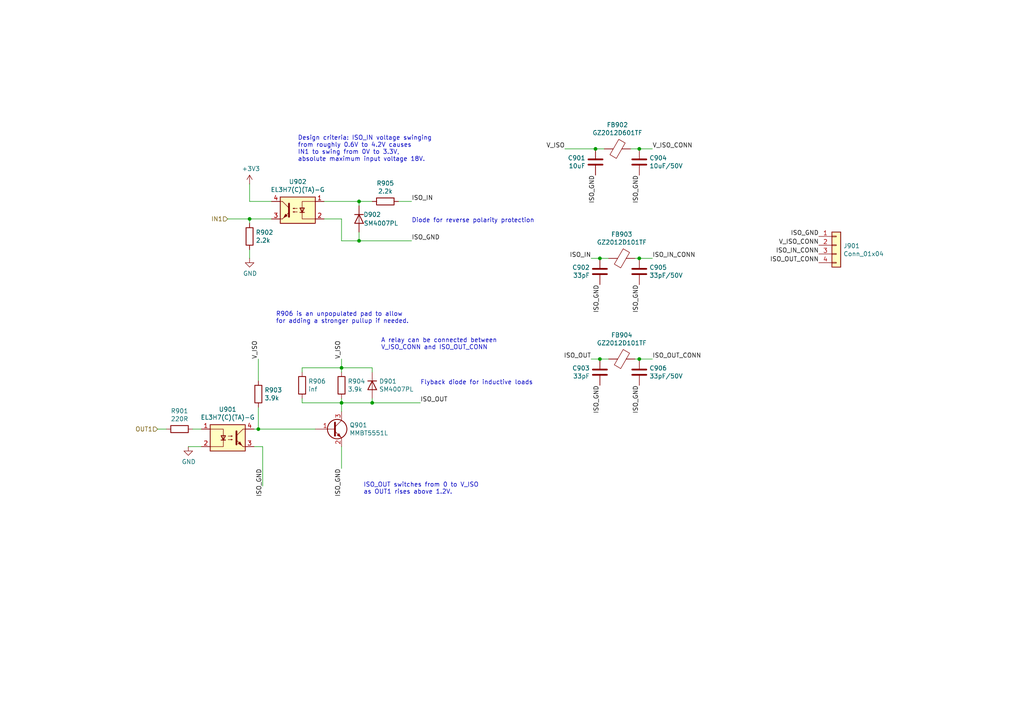
<source format=kicad_sch>
(kicad_sch (version 20231120) (generator "eeschema") (generator_version "8.0")
  (paper "A4")
  (title_block (title "SH-ESP32") (date "2024-09-24") (rev "2.2.0") (company "Hat Labs Oy") (comment 1 "https://creativecommons.org/licenses/by-sa/4.0") (comment 2 "To view a copy of this license, visit ") (comment 3 "SH-ESP32 is licensed under CC BY-SA 4.0."))
  (lib_symbols
    (symbol "Connector_Generic:Conn_01x04" (pin_names (offset 1.016) hide)
      (property "Reference" "J" (at 0 5.08 0))
      (property "Value" "Conn_01x04" (at 0 -7.62 0))
      (symbol "Conn_01x04_1_1"
        (rectangle (start -1.27 -4.953) (end 0 -5.207) (stroke (width 0.1524)))
        (rectangle (start -1.27 -2.413) (end 0 -2.667) (stroke (width 0.1524)))
        (rectangle (start -1.27 0.127) (end 0 -0.127) (stroke (width 0.1524)))
        (rectangle (start -1.27 2.667) (end 0 2.413) (stroke (width 0.1524)))
        (rectangle (start -1.27 3.81) (end 1.27 -6.35) (stroke (width 0.254)) (fill (type background)))
        (pin passive line (at -5.08 2.54 0) (length 3.81) (name "Pin_1") (number "1"))
        (pin passive line (at -5.08 0 0) (length 3.81) (name "Pin_2") (number "2"))
        (pin passive line (at -5.08 -2.54 0) (length 3.81) (name "Pin_3") (number "3"))
        (pin passive line (at -5.08 -5.08 0) (length 3.81) (name "Pin_4") (number "4"))
      )
    )
    (symbol "Device:C" (pin_numbers hide) (pin_names (offset 0.254))
      (property "Reference" "C" (at 0.635 2.54 0))
      (property "Value" "C" (at 0.635 -2.54 0))
      (symbol "C_0_1"
        (polyline (pts (xy -2.032 -0.762) (xy 2.032 -0.762)) (stroke (width 0.508)))
        (polyline (pts (xy -2.032 0.762) (xy 2.032 0.762)) (stroke (width 0.508)))
      )
      (symbol "C_1_1"
        (pin passive line (at 0 3.81 270) (length 2.794) (name "~") (number "1"))
        (pin passive line (at 0 -3.81 90) (length 2.794) (name "~") (number "2"))
      )
    )
    (symbol "Device:D" (pin_numbers hide) (pin_names (offset 1.016) hide)
      (property "Reference" "D" (at 0 2.54 0))
      (property "Value" "D" (at 0 -2.54 0))
      (symbol "D_0_1"
        (polyline (pts (xy -1.27 1.27) (xy -1.27 -1.27)) (stroke (width 0.254)))
        (polyline (pts (xy 1.27 0) (xy -1.27 0)))
        (polyline (pts (xy 1.27 1.27) (xy 1.27 -1.27) (xy -1.27 0) (xy 1.27 1.27)) (stroke (width 0.254)))
      )
      (symbol "D_1_1"
        (pin passive line (at -3.81 0 0) (length 2.54) (name "K") (number "1"))
        (pin passive line (at 3.81 0 180) (length 2.54) (name "A") (number "2"))
      )
    )
    (symbol "Device:FerriteBead" (pin_numbers hide) (pin_names (offset 0))
      (property "Reference" "FB" (at -3.81 0.635 90))
      (property "Value" "FerriteBead" (at 3.81 0 90))
      (symbol "FerriteBead_0_1"
        (polyline (pts (xy 0 -1.27) (xy 0 -1.2192)))
        (polyline (pts (xy 0 1.27) (xy 0 1.2954)))
        (polyline (pts (xy -2.7686 0.4064) (xy -1.7018 2.2606) (xy 2.7686 -0.3048) (xy 1.6764 -2.159) (xy -2.7686 0.4064)))
      )
      (symbol "FerriteBead_1_1"
        (pin passive line (at 0 3.81 270) (length 2.54) (name "~") (number "1"))
        (pin passive line (at 0 -3.81 90) (length 2.54) (name "~") (number "2"))
      )
    )
    (symbol "Device:R" (pin_numbers hide) (pin_names (offset 0))
      (property "Reference" "R" (at 2.032 0 90))
      (property "Value" "R" (at 0 0 90))
      (symbol "R_0_1"
        (rectangle (start -1.016 -2.54) (end 1.016 2.54) (stroke (width 0.254)))
      )
      (symbol "R_1_1"
        (pin passive line (at 0 3.81 270) (length 1.27) (name "~") (number "1"))
        (pin passive line (at 0 -3.81 90) (length 1.27) (name "~") (number "2"))
      )
    )
    (symbol "SH-ESP32:EL3H7" (pin_names (offset 1.016))
      (property "Reference" "U" (at -5.08 5.08 0))
      (property "Value" "EL3H7" (at 0 5.08 0))
      (symbol "EL3H7_0_1"
        (rectangle (start -5.08 3.81) (end 5.08 -3.81) (stroke (width 0.254)) (fill (type background)))
        (polyline (pts (xy -1.905 -0.635) (xy -0.635 -0.635)) (stroke (width 0.254)))
        (polyline (pts (xy 2.54 0.635) (xy 4.445 2.54)))
        (polyline (pts (xy 4.445 -2.54) (xy 2.54 -0.635)) (fill (type outline)))
        (polyline (pts (xy 4.445 -2.54) (xy 5.08 -2.54)))
        (polyline (pts (xy 4.445 2.54) (xy 5.08 2.54)))
        (polyline (pts (xy -5.08 2.54) (xy -1.27 2.54) (xy -1.27 -0.635)))
        (polyline (pts (xy -1.27 -0.635) (xy -1.27 -2.54) (xy -5.08 -2.54)))
        (polyline (pts (xy 2.54 1.905) (xy 2.54 -1.905) (xy 2.54 -1.905)) (stroke (width 0.508)))
        (polyline (pts (xy -1.27 -0.635) (xy -1.905 0.635) (xy -0.635 0.635) (xy -1.27 -0.635)) (stroke (width 0.254)))
        (polyline (pts (xy 0.127 -0.508) (xy 1.397 -0.508) (xy 1.016 -0.635) (xy 1.016 -0.381) (xy 1.397 -0.508)))
        (polyline (pts (xy 0.127 0.508) (xy 1.397 0.508) (xy 1.016 0.381) (xy 1.016 0.635) (xy 1.397 0.508)))
        (polyline (pts (xy 3.048 -1.651) (xy 3.556 -1.143) (xy 4.064 -2.159) (xy 3.048 -1.651) (xy 3.048 -1.651)) (fill (type outline)))
      )
      (symbol "EL3H7_1_1"
        (pin passive line (at -7.62 2.54 0) (length 2.54) (name "~") (number "1"))
        (pin passive line (at -7.62 -2.54 0) (length 2.54) (name "~") (number "2"))
        (pin passive line (at 7.62 -2.54 180) (length 2.54) (name "~") (number "3"))
        (pin passive line (at 7.62 2.54 180) (length 2.54) (name "~") (number "4"))
      )
    )
    (symbol "Transistor_BJT:MMBT5551L" (pin_names (offset 0) hide)
      (property "Reference" "Q" (at 5.08 1.905 0))
      (property "Value" "MMBT5551L" (at 5.08 0 0))
      (symbol "MMBT5551L_0_1"
        (polyline (pts (xy 0.635 0.635) (xy 2.54 2.54)))
        (polyline (pts (xy 0.635 -0.635) (xy 2.54 -2.54) (xy 2.54 -2.54)))
        (polyline (pts (xy 0.635 1.905) (xy 0.635 -1.905) (xy 0.635 -1.905)) (stroke (width 0.508)))
        (polyline (pts (xy 1.27 -1.778) (xy 1.778 -1.27) (xy 2.286 -2.286) (xy 1.27 -1.778) (xy 1.27 -1.778)) (fill (type outline)))
        (circle (center 1.27 0) (radius 2.8194) (stroke (width 0.254)))
      )
      (symbol "MMBT5551L_1_1"
        (pin input line (at -5.08 0 0) (length 5.715) (name "B") (number "1"))
        (pin passive line (at 2.54 -5.08 90) (length 2.54) (name "E") (number "2"))
        (pin passive line (at 2.54 5.08 270) (length 2.54) (name "C") (number "3"))
      )
    )
    (symbol "power:+3.3V" (power) (pin_numbers hide) (pin_names (offset 0) hide)
      (property "Value" "+3.3V" (at 0 3.556 0))
      (symbol "+3.3V_0_1"
        (polyline (pts (xy -0.762 1.27) (xy 0 2.54)))
        (polyline (pts (xy 0 0) (xy 0 2.54)))
        (polyline (pts (xy 0 2.54) (xy 0.762 1.27)))
      )
      (symbol "+3.3V_1_1"
        (pin power_in line (at 0 0 90) (length 0) (name "~") (number "1"))
      )
    )
    (symbol "power:GND" (power) (pin_numbers hide) (pin_names (offset 0) hide)
      (property "Value" "GND" (at 0 -3.81 0))
      (symbol "GND_0_1"
        (polyline (pts (xy 0 0) (xy 0 -1.27) (xy 1.27 -1.27) (xy 0 -2.54) (xy -1.27 -1.27) (xy 0 -1.27)))
      )
      (symbol "GND_1_1"
        (pin power_in line (at 0 0 270) (length 0) (name "~") (number "1"))
      )
    )
  )
  (junction (at 185.42 43.18))
  (junction (at 185.42 74.93))
  (junction (at 173.99 104.14))
  (junction (at 107.95 116.84))
  (junction (at 172.72 43.18))
  (junction (at 185.42 104.14))
  (junction (at 99.06 106.68))
  (junction (at 99.06 116.84))
  (junction (at 74.93 124.46))
  (junction (at 72.39 63.5))
  (junction (at 104.14 58.42))
  (junction (at 104.14 69.85))
  (junction (at 173.99 74.93))
  (wire (pts (xy 107.95 116.84) (xy 107.95 115.57)))
  (wire (pts (xy 78.74 58.42) (xy 72.39 58.42)))
  (wire (pts (xy 48.26 124.46) (xy 45.72 124.46)))
  (wire (pts (xy 104.14 58.42) (xy 93.98 58.42)))
  (wire (pts (xy 171.45 104.14) (xy 173.99 104.14)))
  (wire (pts (xy 99.06 107.95) (xy 99.06 106.68)))
  (wire (pts (xy 172.72 43.18) (xy 163.83 43.18)))
  (wire (pts (xy 107.95 116.84) (xy 121.92 116.84)))
  (wire (pts (xy 99.06 106.68) (xy 99.06 104.14)))
  (wire (pts (xy 93.98 63.5) (xy 99.06 63.5)))
  (wire (pts (xy 54.61 129.54) (xy 58.42 129.54)))
  (wire (pts (xy 73.66 124.46) (xy 74.93 124.46)))
  (wire (pts (xy 99.06 115.57) (xy 99.06 116.84)))
  (wire (pts (xy 74.93 124.46) (xy 91.44 124.46)))
  (wire (pts (xy 76.2 129.54) (xy 73.66 129.54)))
  (wire (pts (xy 99.06 116.84) (xy 99.06 119.38)))
  (wire (pts (xy 99.06 129.54) (xy 99.06 135.89)))
  (wire (pts (xy 104.14 69.85) (xy 119.38 69.85)))
  (wire (pts (xy 171.45 74.93) (xy 173.99 74.93)))
  (wire (pts (xy 72.39 74.93) (xy 72.39 72.39)))
  (wire (pts (xy 189.23 104.14) (xy 185.42 104.14)))
  (wire (pts (xy 87.63 107.95) (xy 87.63 106.68)))
  (wire (pts (xy 87.63 116.84) (xy 99.06 116.84)))
  (wire (pts (xy 175.26 43.18) (xy 172.72 43.18)))
  (wire (pts (xy 72.39 63.5) (xy 66.04 63.5)))
  (wire (pts (xy 185.42 104.14) (xy 184.15 104.14)))
  (wire (pts (xy 185.42 43.18) (xy 189.23 43.18)))
  (wire (pts (xy 115.57 58.42) (xy 119.38 58.42)))
  (wire (pts (xy 173.99 104.14) (xy 176.53 104.14)))
  (wire (pts (xy 99.06 69.85) (xy 104.14 69.85)))
  (wire (pts (xy 72.39 58.42) (xy 72.39 53.34)))
  (wire (pts (xy 99.06 63.5) (xy 99.06 69.85)))
  (wire (pts (xy 173.99 74.93) (xy 176.53 74.93)))
  (wire (pts (xy 74.93 118.11) (xy 74.93 124.46)))
  (wire (pts (xy 189.23 74.93) (xy 185.42 74.93)))
  (wire (pts (xy 107.95 58.42) (xy 104.14 58.42)))
  (wire (pts (xy 58.42 124.46) (xy 55.88 124.46)))
  (wire (pts (xy 76.2 140.97) (xy 76.2 129.54)))
  (wire (pts (xy 99.06 116.84) (xy 107.95 116.84)))
  (wire (pts (xy 72.39 63.5) (xy 78.74 63.5)))
  (wire (pts (xy 87.63 106.68) (xy 99.06 106.68)))
  (wire (pts (xy 107.95 106.68) (xy 99.06 106.68)))
  (wire (pts (xy 72.39 64.77) (xy 72.39 63.5)))
  (wire (pts (xy 104.14 59.69) (xy 104.14 58.42)))
  (wire (pts (xy 104.14 67.31) (xy 104.14 69.85)))
  (wire (pts (xy 185.42 43.18) (xy 182.88 43.18)))
  (wire (pts (xy 107.95 107.95) (xy 107.95 106.68)))
  (wire (pts (xy 74.93 110.49) (xy 74.93 104.14)))
  (wire (pts (xy 185.42 74.93) (xy 184.15 74.93)))
  (wire (pts (xy 87.63 115.57) (xy 87.63 116.84)))
  (text "A relay can be connected between\nV_ISO_CONN and ISO_OUT_CONN" (at 110.49 101.6 0) (effects (font (size 1.27 1.27)) (justify left bottom)))
  (text "Diode for reverse polarity protection" (at 119.38 64.77 0) (effects (font (size 1.27 1.27)) (justify left bottom)))
  (text "Flyback diode for inductive loads" (at 121.92 111.76 0) (effects (font (size 1.27 1.27)) (justify left bottom)))
  (text "ISO_OUT switches from 0 to V_ISO\nas OUT1 rises above 1.2V." (at 105.41 143.51 0) (effects (font (size 1.27 1.27)) (justify left bottom)))
  (text "R906 is an unpopulated pad to allow\nfor adding a stronger pullup if needed." (at 80.01 93.98 0) (effects (font (size 1.27 1.27)) (justify left bottom)))
  (text "Design criteria: ISO_IN voltage swinging \nfrom roughly 0.6V to 4.2V causes \nIN1 to swing from 0V to 3.3V,\nabsolute maximum input voltage 18V." (at 86.36 46.99 0) (effects (font (size 1.27 1.27)) (justify left bottom)))
  (label "ISO_GND" (at 173.99 111.76 270))
  (label "V_ISO_CONN" (at 237.49 71.12 180))
  (label "ISO_IN_CONN" (at 189.23 74.93 0))
  (label "V_ISO" (at 99.06 104.14 90))
  (label "ISO_IN_CONN" (at 237.49 73.66 180))
  (label "V_ISO" (at 163.83 43.18 180))
  (label "ISO_OUT_CONN" (at 237.49 76.2 180))
  (label "ISO_OUT" (at 171.45 104.14 180))
  (label "ISO_OUT" (at 121.92 116.84 0))
  (label "V_ISO_CONN" (at 189.23 43.18 0))
  (label "ISO_GND" (at 119.38 69.85 0))
  (label "ISO_GND" (at 237.49 68.58 180))
  (label "ISO_IN" (at 171.45 74.93 180))
  (label "ISO_GND" (at 172.72 50.8 270))
  (label "V_ISO" (at 74.93 104.14 90))
  (label "ISO_GND" (at 76.2 135.89 270))
  (label "ISO_IN" (at 119.38 58.42 0))
  (label "ISO_OUT_CONN" (at 189.23 104.14 0))
  (label "ISO_GND" (at 185.42 82.55 270))
  (label "ISO_GND" (at 173.99 82.55 270))
  (label "ISO_GND" (at 185.42 50.8 270))
  (label "ISO_GND" (at 185.42 111.76 270))
  (label "ISO_GND" (at 99.06 135.89 270))
  (hierarchical_label "IN1" (shape input) (at 66.04 63.5 180))
  (hierarchical_label "OUT1" (shape input) (at 45.72 124.46 180))
  (symbol (lib_id "Connector_Generic:Conn_01x04") (at 242.57 71.12 0) (unit 1)
    (property "Reference" "J901" (at 244.602 71.3232 0) (effects (justify left)))
    (property "Value" "Conn_01x04" (at 244.602 73.6346 0) (effects (justify left)))
    (property "Footprint" "Connector_PinHeader_2.54mm:PinHeader_1x04_P2.54mm_Vertical" (effects (hide yes)))
    (property "LCSC" "C2691448" (effects (hide yes)))
    (property "JLCPCB_CORRECTION" "0;3.81;90" (effects (hide yes)))
  )
  (symbol (lib_id "Device:R") (at 52.07 124.46 270) (unit 1)
    (property "Reference" "R901" (at 52.07 119.2022 90))
    (property "Value" "220R" (at 52.07 121.5136 90))
    (property "Footprint" "Resistor_SMD:R_0603_1608Metric" (effects (hide yes)))
    (property "LCSC" "C22962" (effects (hide yes)))
  )
  (symbol (lib_id "power:GND") (at 54.61 129.54 0) (unit 1)
    (property "Reference" "#PWR0901" (effects (hide yes)))
    (property "Value" "GND" (at 54.737 133.9342 0))
    (property "Description" "Power symbol creates a global label with name \"GND\" , ground" (effects (hide yes)))
  )
  (symbol (lib_id "Transistor_BJT:MMBT5551L") (at 96.52 124.46 0) (unit 1)
    (property "Reference" "Q901" (at 101.3714 123.2916 0) (effects (justify left)))
    (property "Value" "MMBT5551L" (at 101.3714 125.603 0) (effects (justify left)))
    (property "Footprint" "SH-ESP32:SOT-23" (effects (hide yes)))
    (property "Datasheet" "www.onsemi.com/pub/Collateral/MMBT5550LT1-D.PDF" (effects (hide yes)))
    (property "LCSC" "C41095" (effects (hide yes)))
    (property "JLCPCB_CORRECTION" "0;0;180" (effects (hide yes)))
  )
  (symbol (lib_id "Device:R") (at 74.93 114.3 0) (unit 1)
    (property "Reference" "R903" (at 76.708 113.1316 0) (effects (justify left)))
    (property "Value" "3.9k" (at 76.708 115.443 0) (effects (justify left)))
    (property "Footprint" "Resistor_SMD:R_0603_1608Metric" (effects (hide yes)))
    (property "LCSC" "C23018" (effects (hide yes)))
  )
  (symbol (lib_id "Device:R") (at 99.06 111.76 0) (unit 1)
    (property "Reference" "R904" (at 100.838 110.5916 0) (effects (justify left)))
    (property "Value" "3.9k" (at 100.838 112.903 0) (effects (justify left)))
    (property "Footprint" "Resistor_SMD:R_0603_1608Metric" (effects (hide yes)))
    (property "LCSC" "C23018" (effects (hide yes)))
  )
  (symbol (lib_id "Device:R") (at 111.76 58.42 270) (unit 1)
    (property "Reference" "R905" (at 111.76 53.1622 90))
    (property "Value" "2.2k" (at 111.76 55.4736 90))
    (property "Footprint" "Resistor_SMD:R_0805_2012Metric" (effects (hide yes)))
    (property "LCSC" "C17520" (effects (hide yes)))
  )
  (symbol (lib_id "Device:R") (at 72.39 68.58 0) (unit 1)
    (property "Reference" "R902" (at 74.168 67.4116 0) (effects (justify left)))
    (property "Value" "2.2k" (at 74.168 69.723 0) (effects (justify left)))
    (property "Footprint" "Resistor_SMD:R_0603_1608Metric" (effects (hide yes)))
    (property "LCSC" "C4190" (effects (hide yes)))
  )
  (symbol (lib_id "power:+3.3V") (at 72.39 53.34 0) (unit 1)
    (property "Reference" "#PWR0903" (effects (hide yes)))
    (property "Value" "+3V3" (at 72.771 48.9458 0))
    (property "Description" "Power symbol creates a global label with name \"+3.3V\"" (effects (hide yes)))
  )
  (symbol (lib_id "power:GND") (at 72.39 74.93 0) (unit 1)
    (property "Reference" "#PWR0902" (effects (hide yes)))
    (property "Value" "GND" (at 72.517 79.3242 0))
    (property "Description" "Power symbol creates a global label with name \"GND\" , ground" (effects (hide yes)))
  )
  (symbol (lib_id "Device:FerriteBead") (at 179.07 43.18 270) (unit 1)
    (property "Reference" "FB902" (at 179.07 36.2204 90))
    (property "Value" "GZ2012D601TF" (at 179.07 38.5318 90))
    (property "Footprint" "Inductor_SMD:L_0805_2012Metric" (effects (hide yes)))
    (property "LCSC" "C1017" (effects (hide yes)))
  )
  (symbol (lib_id "Device:C") (at 173.99 78.74 0) (mirror y) (unit 1)
    (property "Reference" "C902" (at 171.069 77.5716 0) (effects (justify left)))
    (property "Value" "33pF" (at 171.069 79.883 0) (effects (justify left)))
    (property "Footprint" "Capacitor_SMD:C_0402_1005Metric" (effects (hide yes)))
    (property "LCSC" "C1562" (effects (hide yes)))
  )
  (symbol (lib_id "Device:C") (at 185.42 78.74 0) (unit 1)
    (property "Reference" "C905" (at 188.341 77.5716 0) (effects (justify left)))
    (property "Value" "33pF/50V" (at 188.341 79.883 0) (effects (justify left)))
    (property "Footprint" "Capacitor_SMD:C_0603_1608Metric" (effects (hide yes)))
    (property "LCSC" "C1663" (effects (hide yes)))
  )
  (symbol (lib_id "Device:FerriteBead") (at 180.34 74.93 270) (unit 1)
    (property "Reference" "FB903" (at 180.34 67.9704 90))
    (property "Value" "GZ2012D101TF" (at 180.34 70.2818 90))
    (property "Footprint" "Inductor_SMD:L_0805_2012Metric" (effects (hide yes)))
    (property "LCSC" "C1015" (effects (hide yes)))
  )
  (symbol (lib_id "Device:C") (at 185.42 46.99 0) (unit 1)
    (property "Reference" "C904" (at 188.341 45.8216 0) (effects (justify left)))
    (property "Value" "10uF/50V" (at 188.341 48.133 0) (effects (justify left)))
    (property "Footprint" "Capacitor_SMD:C_1206_3216Metric" (effects (hide yes)))
    (property "LCSC" "C13585" (effects (hide yes)))
  )
  (symbol (lib_id "Device:C") (at 172.72 46.99 0) (mirror y) (unit 1)
    (property "Reference" "C901" (at 169.799 45.8216 0) (effects (justify left)))
    (property "Value" "10uF" (at 169.799 48.133 0) (effects (justify left)))
    (property "Footprint" "Capacitor_SMD:C_0402_1005Metric" (effects (hide yes)))
    (property "LCSC" "C15525" (effects (hide yes)))
  )
  (symbol (lib_id "Device:C") (at 173.99 107.95 0) (mirror y) (unit 1)
    (property "Reference" "C903" (at 171.069 106.7816 0) (effects (justify left)))
    (property "Value" "33pF" (at 171.069 109.093 0) (effects (justify left)))
    (property "Footprint" "Capacitor_SMD:C_0402_1005Metric" (effects (hide yes)))
    (property "LCSC" "C1562" (effects (hide yes)))
  )
  (symbol (lib_id "Device:C") (at 185.42 107.95 0) (unit 1)
    (property "Reference" "C906" (at 188.341 106.7816 0) (effects (justify left)))
    (property "Value" "33pF/50V" (at 188.341 109.093 0) (effects (justify left)))
    (property "Footprint" "Capacitor_SMD:C_0603_1608Metric" (effects (hide yes)))
    (property "LCSC" "C1663" (effects (hide yes)))
  )
  (symbol (lib_id "Device:FerriteBead") (at 180.34 104.14 270) (unit 1)
    (property "Reference" "FB904" (at 180.34 97.1804 90))
    (property "Value" "GZ2012D101TF" (at 180.34 99.4918 90))
    (property "Footprint" "Inductor_SMD:L_0805_2012Metric" (effects (hide yes)))
    (property "LCSC" "C1015" (effects (hide yes)))
  )
  (symbol (lib_id "Device:R") (at 87.63 111.76 0) (unit 1)
    (property "Reference" "R906" (at 89.408 110.5916 0) (effects (justify left)))
    (property "Value" "inf" (at 89.408 112.903 0) (effects (justify left)))
    (property "Footprint" "Resistor_SMD:R_0805_2012Metric" (effects (hide yes)))
  )
  (symbol (lib_id "Device:D") (at 107.95 111.76 270) (unit 1)
    (property "Reference" "D901" (at 109.9566 110.5916 90) (effects (justify left)))
    (property "Value" "SM4007PL" (at 109.9566 112.903 90) (effects (justify left)))
    (property "Footprint" "Diode_SMD:D_SOD-123F" (effects (hide yes)))
    (property "Description" "Diode" (effects (hide yes)))
    (property "LCSC" "C64898" (effects (hide yes)))
    (property "Sim.Device" "D" (effects (hide yes)))
    (property "Sim.Pins" "1=K 2=A" (effects (hide yes)))
  )
  (symbol (lib_id "Device:D") (at 104.14 63.5 270) (unit 1)
    (property "Reference" "D902" (at 107.95 62.23 90))
    (property "Value" "SM4007PL" (at 110.49 64.77 90))
    (property "Footprint" "Diode_SMD:D_SOD-123F" (effects (hide yes)))
    (property "Description" "Diode" (effects (hide yes)))
    (property "LCSC" "C64898" (effects (hide yes)))
    (property "Sim.Device" "D" (effects (hide yes)))
    (property "Sim.Pins" "1=K 2=A" (effects (hide yes)))
  )
  (symbol (lib_id "SH-ESP32:EL3H7") (at 86.36 60.96 0) (mirror y) (unit 1)
    (property "Reference" "U902" (at 86.36 52.705 0))
    (property "Value" "EL3H7(C)(TA)-G" (at 86.36 55.0164 0))
    (property "Footprint" "Package_SO:SOP-4_4.4x2.6mm_P1.27mm" (effects (hide yes)))
    (property "Datasheet" "http://www.sharpsme.com/download/pc3h4-epdf" (effects (hide yes)))
    (property "Description" "AC/DC Optocoupler, Vce 70V, CTR 100-250%, SOP4" (effects (hide yes)))
    (property "LCSC" "C92243" (effects (hide yes)))
    (property "JLCPCB_CORRECTION" "0;0;270" (effects (hide yes)))
  )
  (symbol (lib_id "SH-ESP32:EL3H7") (at 66.04 127 0) (unit 1)
    (property "Reference" "U901" (at 66.04 118.745 0))
    (property "Value" "EL3H7(C)(TA)-G" (at 66.04 121.0564 0))
    (property "Footprint" "Package_SO:SOP-4_4.4x2.6mm_P1.27mm" (effects (hide yes)))
    (property "Datasheet" "http://www.sharpsme.com/download/pc3h4-epdf" (effects (hide yes)))
    (property "Description" "AC/DC Optocoupler, Vce 70V, CTR 100-250%, SOP4" (effects (hide yes)))
    (property "LCSC" "C92243" (effects (hide yes)))
    (property "JLCPCB_CORRECTION" "0;0;270" (effects (hide yes)))
  )
)
</source>
